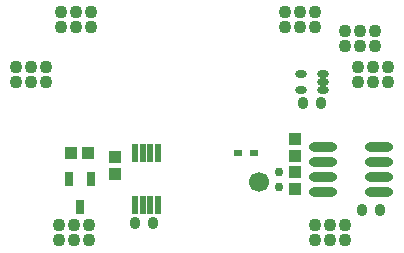
<source format=gbs>
G04*
G04 #@! TF.GenerationSoftware,Altium Limited,Altium Designer,20.1.8 (145)*
G04*
G04 Layer_Color=16711935*
%FSTAX43Y43*%
%MOMM*%
G71*
G04*
G04 #@! TF.SameCoordinates,B34475FB-C3A6-4C53-AFA9-1BD6AB5E634D*
G04*
G04*
G04 #@! TF.FilePolarity,Negative*
G04*
G01*
G75*
%ADD15R,1.050X1.000*%
%ADD17R,1.000X1.050*%
G04:AMPARAMS|DCode=18|XSize=0.95mm|YSize=0.8mm|CornerRadius=0.25mm|HoleSize=0mm|Usage=FLASHONLY|Rotation=90.000|XOffset=0mm|YOffset=0mm|HoleType=Round|Shape=RoundedRectangle|*
%AMROUNDEDRECTD18*
21,1,0.950,0.300,0,0,90.0*
21,1,0.450,0.800,0,0,90.0*
1,1,0.500,0.150,0.225*
1,1,0.500,0.150,-0.225*
1,1,0.500,-0.150,-0.225*
1,1,0.500,-0.150,0.225*
%
%ADD18ROUNDEDRECTD18*%
G04:AMPARAMS|DCode=25|XSize=0.6mm|YSize=0.68mm|CornerRadius=0.2mm|HoleSize=0mm|Usage=FLASHONLY|Rotation=180.000|XOffset=0mm|YOffset=0mm|HoleType=Round|Shape=RoundedRectangle|*
%AMROUNDEDRECTD25*
21,1,0.600,0.280,0,0,180.0*
21,1,0.200,0.680,0,0,180.0*
1,1,0.400,-0.100,0.140*
1,1,0.400,0.100,0.140*
1,1,0.400,0.100,-0.140*
1,1,0.400,-0.100,-0.140*
%
%ADD25ROUNDEDRECTD25*%
%ADD31C,1.700*%
%ADD32C,1.100*%
%ADD58R,0.700X0.600*%
G04:AMPARAMS|DCode=59|XSize=0.6mm|YSize=0.95mm|CornerRadius=0.2mm|HoleSize=0mm|Usage=FLASHONLY|Rotation=90.000|XOffset=0mm|YOffset=0mm|HoleType=Round|Shape=RoundedRectangle|*
%AMROUNDEDRECTD59*
21,1,0.600,0.550,0,0,90.0*
21,1,0.200,0.950,0,0,90.0*
1,1,0.400,0.275,0.100*
1,1,0.400,0.275,-0.100*
1,1,0.400,-0.275,-0.100*
1,1,0.400,-0.275,0.100*
%
%ADD59ROUNDEDRECTD59*%
%ADD60R,0.550X1.550*%
%ADD61R,0.800X1.300*%
%ADD62O,2.400X0.800*%
D15*
X0086837Y0099269D02*
D03*
X0085387D02*
D03*
D17*
X0089112Y0097544D02*
D03*
Y0098994D02*
D03*
X0104412Y0097694D02*
D03*
Y0096244D02*
D03*
Y0100499D02*
D03*
Y0099049D02*
D03*
D18*
X0090862Y0093385D02*
D03*
X0092362D02*
D03*
X0106562Y010354D02*
D03*
X0105062D02*
D03*
X0110062Y0094469D02*
D03*
X0111562D02*
D03*
D25*
X0103012Y0096409D02*
D03*
Y0097729D02*
D03*
D31*
X0101312Y0096819D02*
D03*
D32*
X0087112Y0111239D02*
D03*
Y0109969D02*
D03*
X0085842Y0111239D02*
D03*
Y0109969D02*
D03*
X0084572Y0111239D02*
D03*
Y0109969D02*
D03*
X0111112Y0108349D02*
D03*
Y0109619D02*
D03*
X0108572D02*
D03*
X0109842D02*
D03*
X0108572Y0108349D02*
D03*
X0109842D02*
D03*
X0084392Y0091899D02*
D03*
Y0093169D02*
D03*
X0085662Y0091899D02*
D03*
Y0093169D02*
D03*
X0086932Y0091899D02*
D03*
Y0093169D02*
D03*
X0106112Y0111239D02*
D03*
Y0109969D02*
D03*
X0104842Y0111239D02*
D03*
Y0109969D02*
D03*
X0103572Y0111239D02*
D03*
Y0109969D02*
D03*
X0109718Y0106581D02*
D03*
Y0105311D02*
D03*
X0110988Y0106581D02*
D03*
Y0105311D02*
D03*
X0112258Y0106581D02*
D03*
Y0105311D02*
D03*
X0106092Y0091899D02*
D03*
Y0093169D02*
D03*
X0107362Y0091899D02*
D03*
Y0093169D02*
D03*
X0108632Y0091899D02*
D03*
Y0093169D02*
D03*
X0080766Y0106581D02*
D03*
Y0105311D02*
D03*
X0082036Y0106581D02*
D03*
Y0105311D02*
D03*
X0083306Y0106581D02*
D03*
Y0105311D02*
D03*
D58*
X0100885Y0099269D02*
D03*
X0099585D02*
D03*
D59*
X0106762Y0105953D02*
D03*
Y0105303D02*
D03*
Y0104653D02*
D03*
X0104862D02*
D03*
Y0105953D02*
D03*
D60*
X0090837Y0099269D02*
D03*
X0091487D02*
D03*
X0092137D02*
D03*
X0092787D02*
D03*
Y0094869D02*
D03*
X0092137D02*
D03*
X0091487D02*
D03*
X0090837D02*
D03*
D61*
X0085212Y0097144D02*
D03*
X0087112D02*
D03*
X0086162Y0094744D02*
D03*
D62*
X0106712Y0095964D02*
D03*
Y0097234D02*
D03*
Y0098504D02*
D03*
Y0099774D02*
D03*
X0111512Y0095964D02*
D03*
Y0097234D02*
D03*
Y0098504D02*
D03*
Y0099774D02*
D03*
M02*

</source>
